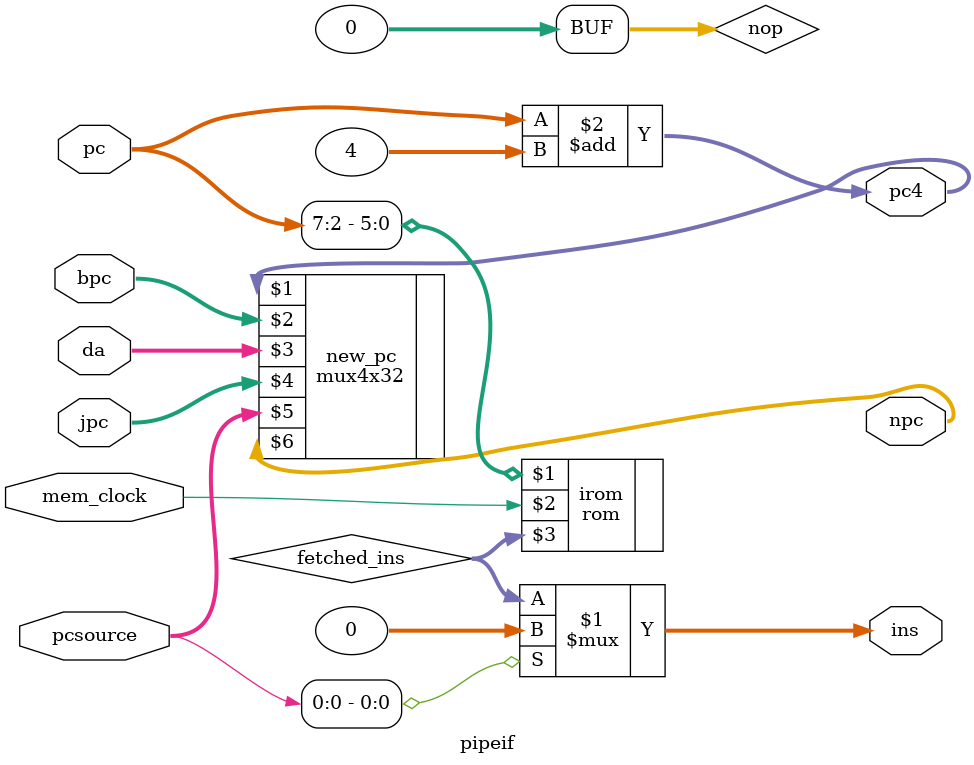
<source format=v>
module pipeif(pcsource,pc,bpc,da,jpc,npc,pc4,ins,mem_clock);
input wire[1:0] pcsource;
input wire[31:0] pc,bpc,da,jpc;
output wire[31:0] npc,pc4,ins;
input wire mem_clock;

wire[31:0] fetched_ins, nop;
assign nop = 0;
rom irom(pc[7:2],mem_clock,fetched_ins);
assign ins = pcsource[0]?32'h0:fetched_ins;
assign pc4 = pc+32'h4;
mux4x32 new_pc(pc4,bpc,da,jpc,pcsource,npc); //pc+4,branch,da:jr(forwarding),j.
//da will not have data hazards, it will be propagated back directly from ID or EX.

endmodule
</source>
